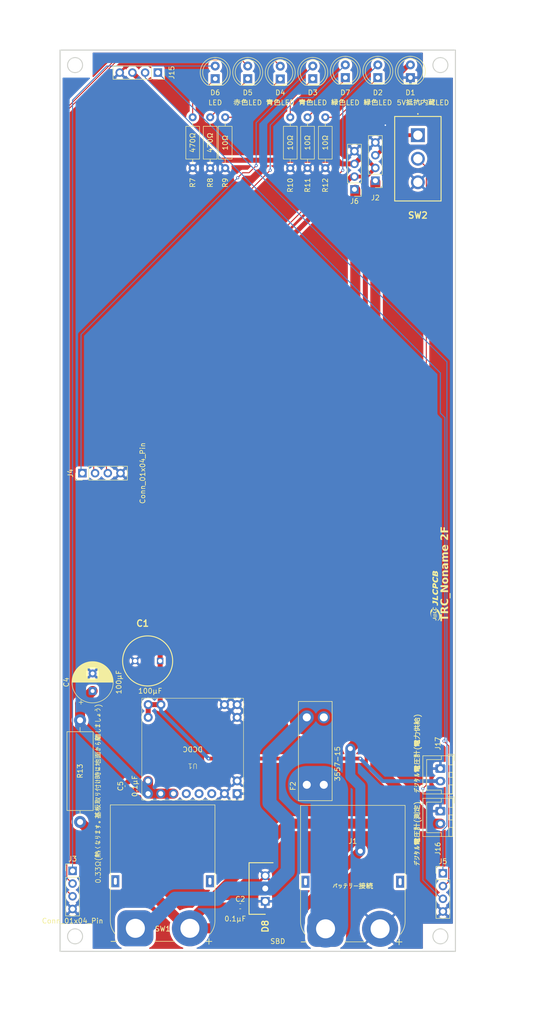
<source format=kicad_pcb>
(kicad_pcb (version 20241229) (generator "pcbnew") (generator_version "9.0")
  (layers (0 "F.Cu" signal) (2 "B.Cu" signal) (13 "F.Paste" user) (15 "B.Paste" user) (5 "F.SilkS" user "F.Silkscreen") (7 "B.SilkS" user "B.Silkscreen") (1 "F.Mask" user) (3 "B.Mask" user) (25 "Edge.Cuts" user))
  (net 0 "")
  (net 1 "+5V")
  (net 2 "GND")
  (net 3 "+24V")
  (net 4 "Net-(U1-EN)")
  (net 5 "LED6")
  (net 6 "Net-(D2-K)")
  (net 7 "Net-(D3-K)")
  (net 8 "LED4")
  (net 9 "LED3")
  (net 10 "Net-(D4-K)")
  (net 11 "Net-(D5-K)")
  (net 12 "LED2")
  (net 13 "Net-(D6-K)")
  (net 14 "LED1")
  (net 15 "LED5")
  (net 16 "Net-(D7-K)")
  (net 17 "Net-(D8-K)")
  (net 18 "Net-(J1-Pin_1)")
  (net 19 "+3.3V")
  (net 20 "SCL3")
  (net 21 "2_GP16")
  (net 22 "SDA3")
  (footprint "3557-15:FUSE_3557-15" (layer "F.Cu") (at 99 155 90)
    (property "Reference" "F2" (at -6.985 -4.445 90) (layer "F.SilkS"))
    (property "Value" "3557-15" (at -2.54 4.445 90) (layer "F.SilkS"))
    (pad "1_1" thru_hole circle (at -6.735 -1.7 90) (size 2.4 2.4) (drill 1.6) (layers "*.Cu" "*.Mask") (net 18 "Net-(J1-Pin_1)"))
    (pad "1_2" thru_hole circle (at -6.735 1.7 90) (size 2.4 2.4) (drill 1.6) (layers "*.Cu" "*.Mask") (net 18 "Net-(J1-Pin_1)"))
    (pad "2_1" thru_hole circle (at 6.735 -1.7 90) (size 2.4 2.4) (drill 1.6) (layers "*.Cu" "*.Mask") (net 17 "Net-(D8-K)"))
    (pad "2_2" thru_hole circle (at 6.735 1.7 90) (size 2.4 2.4) (drill 1.6) (layers "*.Cu" "*.Mask") (net 17 "Net-(D8-K)"))
  )
  (footprint "Capacitor_THT:CP_Radial_D8.0mm_P3.50mm" (layer "F.Cu") (at 54.5 143 90)
    (property "Reference" "C4" (at 1.75 -5.25 90) (layer "F.SilkS"))
    (property "Value" "100μF" (at 1.75 5.25 90) (layer "F.SilkS"))
    (pad "1" thru_hole roundrect (at 0 0 90) (size 1.6 1.6) (drill 0.8) (layers "*.Cu" "*.Mask") (roundrect_rratio 0.15625) (net 4 "Net-(U1-EN)"))
    (pad "2" thru_hole circle (at 3.5 0 90) (size 1.6 1.6) (drill 0.8) (layers "*.Cu" "*.Mask") (net 2 "GND"))
  )
  (footprint "Connector_JST:JST_XH_B2B-XH-A_1x02_P2.50mm_Vertical" (layer "F.Cu") (at 124 167 -90)
    (property "Reference" "J16" (at 7.5 0.5 90) (layer "F.SilkS"))
    (property "Value" "デジタル電圧計(測定)" (at 4.5 4.6 90) (layer "F.SilkS"))
    (pad "1" thru_hole roundrect (at 0 0 270) (size 1.7 2) (drill 1) (layers "*.Cu" "*.Mask") (roundrect_rratio 0.147059) (net 2 "GND"))
    (pad "2" thru_hole oval (at 2.5 0 270) (size 1.7 2) (drill 1) (layers "*.Cu" "*.Mask") (net 3 "+24V"))
  )
  (footprint "LED_THT:LED_D5.0mm" (layer "F.Cu") (at 111.5 20.5 90)
    (property "Reference" "D2" (at -3 0 180) (layer "F.SilkS"))
    (property "Value" "LED")
    (pad "1" thru_hole rect (at 0 0 90) (size 1.8 1.8) (drill 0.9) (layers "*.Cu" "*.Mask") (net 6 "Net-(D2-K)"))
    (pad "2" thru_hole circle (at 2.54 0 90) (size 1.8 1.8) (drill 0.9) (layers "*.Cu" "*.Mask") (net 5 "LED6"))
  )
  (footprint "Connector_AMASS:AMASS_XT90PW-M_1x02_P10.90mm_Horizontal" (layer "F.Cu") (at 101.05 190.5)
    (property "Reference" "J1" (at 5.449999 -17.5 0) (layer "F.SilkS"))
    (property "Value" "Conn_01x02_Pin")
    (fp_text user "+" (at 14.7 2.5 0) (layer "F.SilkS") (effects (font (size 1.5 1.5))))
    (fp_text user "バッテリー接続" (at 5.449999 -8.5 0) (layer "F.SilkS"))
    (fp_text user "-" (at -4.3 2.5 0) (layer "F.SilkS") (effects (font (size 1.5 1.5))))
    (pad "1" thru_hole roundrect (at 0 0) (size 7.2 7.2) (drill 3.8) (layers "*.Cu" "*.Mask") (net 18 "Net-(J1-Pin_1)"))
    (pad "2" thru_hole circle (at 10.899998 0) (size 7.2 7.2) (drill 3.8) (layers "*.Cu" "*.Mask") (net 2 "GND"))
    (pad "MP" thru_hole rect (at -4 -9.4) (size 1.6 2.4) (drill oval 0.6 1.4) (layers "*.Cu" "*.Mask"))
    (pad "MP" thru_hole rect (at 14.9 -9.4) (size 1.6 2.4) (drill oval 0.6 1.4) (layers "*.Cu" "*.Mask"))
  )
  (footprint "Connector_PinSocket_2.54mm:PinSocket_1x04_P2.54mm_Vertical" (layer "F.Cu") (at 67.54 19.5 -90)
    (property "Reference" "J15" (at 0 -2.77 90) (layer "F.SilkS"))
    (property "Value" "Conn_01x04_Pin" (hide yes))
    (pad "1" thru_hole rect (at 0 0 270) (size 1.7 1.7) (drill 1) (layers "*.Cu" "*.Mask") (net 22 "SDA3"))
    (pad "2" thru_hole circle (at 0 2.54 270) (size 1.7 1.7) (drill 1) (layers "*.Cu" "*.Mask") (net 20 "SCL3"))
    (pad "3" thru_hole circle (at 0 5.08 270) (size 1.7 1.7) (drill 1) (layers "*.Cu" "*.Mask") (net 1 "+5V"))
    (pad "4" thru_hole circle (at 0 7.62 270) (size 1.7 1.7) (drill 1) (layers "*.Cu" "*.Mask") (net 2 "GND"))
  )
  (footprint "Connector_PinHeader_2.54mm:PinHeader_1x04_P2.54mm_Vertical" (layer "F.Cu") (at 52.46 99.5 90)
    (property "Reference" "J4" (at 0 -2.38 90) (layer "F.SilkS"))
    (property "Value" "Conn_01x04_Pin" (at 0 12.04 90) (layer "F.SilkS"))
    (pad "1" thru_hole rect (at 0 0 90) (size 1.7 1.7) (drill 1) (layers "*.Cu" "*.Mask") (net 8 "LED4"))
    (pad "2" thru_hole circle (at 0 2.54 90) (size 1.7 1.7) (drill 1) (layers "*.Cu" "*.Mask") (net 15 "LED5"))
    (pad "3" thru_hole circle (at 0 5.08 90) (size 1.7 1.7) (drill 1) (layers "*.Cu" "*.Mask") (net 5 "LED6"))
    (pad "4" thru_hole circle (at 0 7.62 90) (size 1.7 1.7) (drill 1) (layers "*.Cu" "*.Mask") (net 2 "GND"))
  )
  (footprint "Resistor_THT:R_Axial_DIN0207_L6.3mm_D2.5mm_P10.16mm_Horizontal" (layer "F.Cu") (at 101 28.42 -90)
    (property "Reference" "R12" (at 13.58 0 90) (layer "F.SilkS"))
    (property "Value" "10Ω" (at 5.08 0 90) (layer "F.SilkS"))
    (pad "1" thru_hole circle (at 0 0 270) (size 1.6 1.6) (drill 0.8) (layers "*.Cu" "*.Mask") (net 6 "Net-(D2-K)"))
    (pad "2" thru_hole circle (at 10.16 0 270) (size 1.6 1.6) (drill 0.8) (layers "*.Cu" "*.Mask") (net 2 "GND"))
  )
  (footprint "LED_THT:LED_D5.0mm" (layer "F.Cu") (at 92 20.765 90)
    (property "Reference" "D4" (at -2.735 0 180) (layer "F.SilkS"))
    (property "Value" "LED")
    (pad "1" thru_hole rect (at 0 0 90) (size 1.8 1.8) (drill 0.9) (layers "*.Cu" "*.Mask") (net 10 "Net-(D4-K)"))
    (pad "2" thru_hole circle (at 2.54 0 90) (size 1.8 1.8) (drill 0.9) (layers "*.Cu" "*.Mask") (net 9 "LED3"))
  )
  (footprint "kicad_3MS1J102M2QES:3MS1J102M2QES" (layer "F.Cu") (at 119.5 32 180)
    (property "Reference" "SW2" (at 0 -16 0) (layer "F.SilkS") (effects (font (size 1.27 1.27) (thickness 0.254))))
    (property "Value" "SW_SPDT" (hide yes))
    (pad "1" thru_hole rect (at 0 0 180) (size 2.775 2.775) (drill 1.85) (layers "*.Cu" "*.Mask") (net 19 "+3.3V"))
    (pad "2" thru_hole circle (at 0 -4.7 180) (size 2.775 2.775) (drill 1.85) (layers "*.Cu" "*.Mask") (net 21 "2_GP16"))
    (pad "3" thru_hole circle (at 0 -9.4 180) (size 2.775 2.775) (drill 1.85) (layers "*.Cu" "*.Mask") (net 2 "GND"))
  )
  (footprint "Connector_PinHeader_2.54mm:PinHeader_1x04_P2.54mm_Vertical" (layer "F.Cu") (at 111 41.08 180)
    (property "Reference" "J2" (at 0 -3.42 0) (layer "F.SilkS"))
    (property "Value" "Conn_01x04_Pin" (hide yes))
    (pad "1" thru_hole rect (at 0 0 180) (size 1.7 1.7) (drill 1) (layers "*.Cu" "*.Mask") (net 3 "+24V"))
    (pad "2" thru_hole circle (at 0 2.54 180) (size 1.7 1.7) (drill 1) (layers "*.Cu" "*.Mask") (net 1 "+5V"))
    (pad "3" thru_hole circle (at 0 5.08 180) (size 1.7 1.7) (drill 1) (layers "*.Cu" "*.Mask") (net 19 "+3.3V"))
    (pad "4" thru_hole circle (at 0 7.62 180) (size 1.7 1.7) (drill 1) (layers "*.Cu" "*.Mask") (net 2 "GND"))
  )
  (footprint "Resistor_THT:R_Axial_DIN0207_L6.3mm_D2.5mm_P10.16mm_Horizontal" (layer "F.Cu") (at 74.5 38.58 90)
    (property "Reference" "R7" (at -2.92 0 90) (layer "F.SilkS"))
    (property "Value" "470Ω" (at 5.08 0 90) (layer "F.SilkS"))
    (pad "1" thru_hole circle (at 0 0 90) (size 1.6 1.6) (drill 0.8) (layers "*.Cu" "*.Mask") (net 2 "GND"))
    (pad "2" thru_hole circle (at 10.16 0 90) (size 1.6 1.6) (drill 0.8) (layers "*.Cu" "*.Mask") (net 13 "Net-(D6-K)"))
  )
  (footprint "LED_THT:LED_D5.0mm" (layer "F.Cu") (at 98.5 20.725 90)
    (property "Reference" "D3" (at -2.775 0 180) (layer "F.SilkS"))
    (property "Value" "LED")
    (pad "1" thru_hole rect (at 0 0 90) (size 1.8 1.8) (drill 0.9) (layers "*.Cu" "*.Mask") (net 7 "Net-(D3-K)"))
    (pad "2" thru_hole circle (at 2.54 0 90) (size 1.8 1.8) (drill 0.9) (layers "*.Cu" "*.Mask") (net 8 "LED4"))
  )
  (footprint "LMR38025:LMR" (layer "F.Cu") (at 74.52 171.345 180)
    (property "Reference" "U1" (at 0.02 13.345 180) (layer "F.SilkS") (effects (font (thickness 0.1))))
    (property "Value" "DCDC" (at 0.02 16.73 180) (layer "F.SilkS"))
    (pad "1" thru_hole rect (at -8.87 7.84 180) (size 1.8 1.8) (drill 1) (layers "*.Cu" "*.Mask") (net 2 "GND"))
    (pad "2" thru_hole circle (at -6.33 7.84 180) (size 1.8 1.8) (drill 1) (layers "*.Cu" "*.Mask") (net 2 "GND"))
    (pad "3" thru_hole circle (at -3.79 7.84 180) (size 1.8 1.8) (drill 1) (layers "*.Cu" "*.Mask"))
    (pad "4" thru_hole circle (at -1.25 7.84 180) (size 1.8 1.8) (drill 1) (layers "*.Cu" "*.Mask"))
    (pad "5" thru_hole circle (at 1.29 7.84 180) (size 1.8 1.8) (drill 1) (layers "*.Cu" "*.Mask"))
    (pad "6" thru_hole circle (at 3.86 7.84 180) (size 1.8 1.8) (drill 1) (layers "*.Cu" "*.Mask") (net 4 "Net-(U1-EN)"))
    (pad "7" thru_hole circle (at 6.4 7.84 180) (size 1.8 1.8) (drill 1) (layers "*.Cu" "*.Mask") (net 4 "Net-(U1-EN)"))
    (pad "8" thru_hole circle (at 8.94 7.84 180) (size 1.8 1.8) (drill 1) (layers "*.Cu" "*.Mask") (net 4 "Net-(U1-EN)"))
    (pad "9" thru_hole circle (at 8.94 10.38 180) (size 1.8 1.8) (drill 1) (layers "*.Cu" "*.Mask") (net 4 "Net-(U1-EN)"))
    (pad "10" thru_hole circle (at -8.87 10.38 180) (size 1.8 1.8) (drill 1) (layers "*.Cu" "*.Mask" "Eco1.User") (net 2 "GND"))
    (pad "11" thru_hole circle (at -8.87 23.08) (size 1.8 1.8) (drill 1) (layers "*.Cu" "*.Mask" "Eco1.User") (net 2 "GND"))
    (pad "12" thru_hole circle (at -8.87 25.62 180) (size 1.8 1.8) (drill 1) (layers "*.Cu" "*.Mask" "Eco1.User") (net 2 "GND"))
    (pad "13" thru_hole circle (at -6.33 25.62 270) (size 1.8 1.8) (drill 1) (layers "*.Cu" "*.Mask" "Eco1.User") (net 2 "GND"))
    (pad "14" thru_hole circle (at 8.91 23.08) (size 1.8 1.8) (drill 1) (layers "*.Cu" "*.Mask" "Eco1.User") (net 1 "+5V"))
    (pad "15" thru_hole circle (at 8.91 25.62 270) (size 1.8 1.8) (drill 1) (layers "*.Cu" "*.Mask" "Eco1.User") (net 1 "+5V"))
    (pad "16" thru_hole circle (at 6.37 25.62 90) (size 1.8 1.8) (drill 1) (layers "*.Cu" "*.Mask" "Eco1.User") (net 1 "+5V"))
  )
  (footprint "Connector_PinHeader_2.54mm:PinHeader_1x04_P2.54mm_Vertical" (layer "F.Cu") (at 124.5 179.42)
    (property "Reference" "J5" (at 0 -2.38 0) (layer "F.SilkS"))
    (property "Value" "Conn_01x04_Pin" (hide yes))
    (pad "1" thru_hole rect (at 0 0) (size 1.7 1.7) (drill 1) (layers "*.Cu" "*.Mask") (net 22 "SDA3"))
    (pad "2" thru_hole circle (at 0 2.54) (size 1.7 1.7) (drill 1) (layers "*.Cu" "*.Mask") (net 20 "SCL3"))
    (pad "3" thru_hole circle (at 0 5.08) (size 1.7 1.7) (drill 1) (layers "*.Cu" "*.Mask") (net 21 "2_GP16"))
    (pad "4" thru_hole circle (at 0 7.62) (size 1.7 1.7) (drill 1) (layers "*.Cu" "*.Mask") (net 2 "GND"))
  )
  (footprint "Resistor_THT:R_Axial_DIN0207_L6.3mm_D2.5mm_P10.16mm_Horizontal" (layer "F.Cu") (at 97.45 28.42 -90)
    (property "Reference" "R11" (at 13.58 0 90) (layer "F.SilkS"))
    (property "Value" "10Ω" (at 5.08 0 90) (layer "F.SilkS"))
    (pad "1" thru_hole circle (at 0 0 270) (size 1.6 1.6) (drill 0.8) (layers "*.Cu" "*.Mask") (net 16 "Net-(D7-K)"))
    (pad "2" thru_hole circle (at 10.16 0 270) (size 1.6 1.6) (drill 0.8) (layers "*.Cu" "*.Mask") (net 2 "GND"))
  )
  (footprint "Resistor_THT:R_Axial_DIN0207_L6.3mm_D2.5mm_P10.16mm_Horizontal" (layer "F.Cu") (at 78 38.58 90)
    (property "Reference" "R8" (at -2.92 0 90) (layer "F.SilkS"))
    (property "Value" "470Ω" (at 5.08 0 90) (layer "F.SilkS"))
    (pad "1" thru_hole circle (at 0 0 90) (size 1.6 1.6) (drill 0.8) (layers "*.Cu" "*.Mask") (net 2 "GND"))
    (pad "2" thru_hole circle (at 10.16 0 90) (size 1.6 1.6) (drill 0.8) (layers "*.Cu" "*.Mask") (net 11 "Net-(D5-K)"))
  )
  (footprint "Resistor_THT:R_Axial_DIN0207_L6.3mm_D2.5mm_P10.16mm_Horizontal" (layer "F.Cu") (at 81 28.42 -90)
    (property "Reference" "R9" (at 13.08 0 90) (layer "F.SilkS"))
    (property "Value" "10Ω" (at 5.08 0 90) (layer "F.SilkS"))
    (pad "1" thru_hole circle (at 0 0 270) (size 1.6 1.6) (drill 0.8) (layers "*.Cu" "*.Mask") (net 10 "Net-(D4-K)"))
    (pad "2" thru_hole circle (at 10.16 0 270) (size 1.6 1.6) (drill 0.8) (layers "*.Cu" "*.Mask") (net 2 "GND"))
  )
  (footprint "LED_THT:LED_D5.0mm" (layer "F.Cu") (at 85.5 20.725 90)
    (property "Reference" "D5" (at -2.775 0 180) (layer "F.SilkS"))
    (property "Value" "LED")
    (pad "1" thru_hole rect (at 0 0 90) (size 1.8 1.8) (drill 0.9) (layers "*.Cu" "*.Mask") (net 11 "Net-(D5-K)"))
    (pad "2" thru_hole circle (at 2.54 0 90) (size 1.8 1.8) (drill 0.9) (layers "*.Cu" "*.Mask") (net 12 "LED2"))
  )
  (footprint "LED_THT:LED_D5.0mm" (layer "F.Cu") (at 118 20.5 90)
    (property "Reference" "D1" (at -3 0 180) (layer "F.SilkS"))
    (property "Value" "5V抵抗内蔵LED" (at -5 2.5 0) (layer "F.SilkS"))
    (pad "1" thru_hole rect (at 0 0 90) (size 1.8 1.8) (drill 0.9) (layers "*.Cu" "*.Mask") (net 2 "GND"))
    (pad "2" thru_hole circle (at 2.54 0 90) (size 1.8 1.8) (drill 0.9) (layers "*.Cu" "*.Mask") (net 1 "+5V"))
  )
  (footprint "LOGO" (layer "F.Cu") (at 123 124 90)
    (property "Reference" "G***" (hide yes))
    (property "Value" "LOGO" (hide yes))
  )
  (footprint "Resistor_THT:R_Axial_DIN0207_L6.3mm_D2.5mm_P10.16mm_Horizontal" (layer "F.Cu") (at 94 28.42 -90)
    (property "Reference" "R10" (at 13.58 0 90) (layer "F.SilkS"))
    (property "Value" "10Ω" (at 5.08 0 90) (layer "F.SilkS"))
    (pad "1" thru_hole circle (at 0 0 270) (size 1.6 1.6) (drill 0.8) (layers "*.Cu" "*.Mask") (net 7 "Net-(D3-K)"))
    (pad "2" thru_hole circle (at 10.16 0 270) (size 1.6 1.6) (drill 0.8) (layers "*.Cu" "*.Mask") (net 2 "GND"))
  )
  (footprint "Connector_JST:JST_XH_B2B-XH-A_1x02_P2.50mm_Vertical" (layer "F.Cu") (at 124 158.5 -90)
    (property "Reference" "J17" (at -5 0.5 90) (layer "F.SilkS"))
    (property "Value" "デジタル電圧計(電力供給)" (at -3 4.6 90) (layer "F.SilkS"))
    (pad "1" thru_hole roundrect (at 0 0 270) (size 1.7 2) (drill 1) (layers "*.Cu" "*.Mask") (roundrect_rratio 0.147059) (net 2 "GND"))
    (pad "2" thru_hole oval (at 2.5 0 270) (size 1.7 2) (drill 1) (layers "*.Cu" "*.Mask") (net 1 "+5V"))
  )
  (footprint "Resistor_THT:R_Axial_DIN0516_L15.5mm_D5.0mm_P20.32mm_Horizontal" (layer "F.Cu") (at 52 169.16 90)
    (property "Reference" "R13" (at 10.16 0 90) (layer "F.SilkS"))
    (property "Value" "0.33Ω(熱くなります。基板取り付け時は地面から離しましょう)" (at 5.66 3.62 90) (layer "F.SilkS") (effects (font (thickness 0.125))))
    (pad "1" thru_hole circle (at 0 0 90) (size 2.4 2.4) (drill 1.2) (layers "*.Cu" "*.Mask") (net 3 "+24V"))
    (pad "2" thru_hole circle (at 20.32 0 90) (size 2.4 2.4) (drill 1.2) (layers "*.Cu" "*.Mask") (net 4 "Net-(U1-EN)"))
  )
  (footprint "Connector_AMASS:AMASS_XT90PW-M_1x02_P10.90mm_Horizontal" (layer "F.Cu") (at 63.05 190.4)
    (property "Reference" "SW1" (at 5.45 0.1 0) (layer "F.SilkS"))
    (property "Value" "SW_SPST")
    (fp_text user "+" (at 14.7 2.5 0) (layer "F.SilkS") (effects (font (size 1.5 1.5))))
    (fp_text user "-" (at -4.3 2.5 0) (layer "F.SilkS") (effects (font (size 1.5 1.5))))
    (pad "1" thru_hole roundrect (at 0 0) (size 7.2 7.2) (drill 3.8) (layers "*.Cu" "*.Mask") (net 17 "Net-(D8-K)"))
    (pad "2" thru_hole circle (at 10.899998 0) (size 7.2 7.2) (drill 3.8) (layers "*.Cu" "*.Mask") (net 3 "+24V"))
    (pad "MP" thru_hole rect (at -4 -9.4) (size 1.6 2.4) (drill oval 0.6 1.4) (layers "*.Cu" "*.Mask"))
    (pad "MP" thru_hole rect (at 14.9 -9.4) (size 1.6 2.4) (drill oval 0.6 1.4) (layers "*.Cu" "*.Mask"))
  )
  (footprint "KiCad_16SEPC470M:CAPPRD500W65D1000H1300" (layer "F.Cu") (at 68 137 180)
    (property "Reference" "C1" (at 3.5 7.5 0) (layer "F.SilkS") (effects (font (size 1.27 1.27) (thickness 0.254))))
    (property "Value" "470μF" (hide yes))
    (pad "1" thru_hole rect (at 0 0 180) (size 1.275 1.275) (drill 0.85) (layers "*.Cu" "*.Mask") (net 1 "+5V"))
    (pad "2" thru_hole circle (at 5 0 180) (size 1.275 1.275) (drill 0.85) (layers "*.Cu" "*.Mask") (net 2 "GND"))
  )
  (footprint "Capacitor_SMD:C_0603_1608Metric" (layer "F.Cu") (at 84 186)
    (property "Reference" "C2" (at 0 -1.43 0) (layer "F.SilkS"))
    (property "Value" "0.1μF" (at -1 2.5 0) (layer "F.SilkS"))
    (pad "1" smd roundrect (at -0.775 0) (size 0.9 0.95) (layers "F.Cu" "F.Mask" "F.Paste") (net 3 "+24V"))
    (pad "2" smd roundrect (at 0.775 0) (size 0.9 0.95) (layers "F.Cu" "F.Mask" "F.Paste") (net 2 "GND"))
  )
  (footprint "Capacitor_SMD:C_0603_1608Metric" (layer "F.Cu") (at 61.5 162 90)
    (property "Reference" "C5" (at 0 -1.43 90) (layer "F.SilkS"))
    (property "Value" "0.1μF" (at 0 1.43 90) (layer "F.SilkS"))
    (pad "1" smd roundrect (at -0.775 0 90) (size 0.9 0.95) (layers "F.Cu" "F.Mask" "F.Paste") (net 4 "Net-(U1-EN)"))
    (pad "2" smd roundrect (at 0.775 0 90) (size 0.9 0.95) (layers "F.Cu" "F.Mask" "F.Paste") (net 2 "GND"))
  )
  (footprint "LED_THT:LED_D5.0mm" (layer "F.Cu") (at 105 20.5 90)
    (property "Reference" "D7" (at -3 0 180) (layer "F.SilkS"))
    (property "Value" "LED")
    (pad "1" thru_hole rect (at 0 0 90) (size 1.8 1.8) (drill 0.9) (layers "*.Cu" "*.Mask") (net 16 "Net-(D7-K)"))
    (pad "2" thru_hole circle (at 2.54 0 90) (size 1.8 1.8) (drill 0.9) (layers "*.Cu" "*.Mask") (net 15 "LED5"))
  )
  (footprint "KiCad_MBR3045:TO255P480X1000X2050-3P" (layer "F.Cu") (at 89 185 90)
    (property "Reference" "D8" (at -5 0 90) (layer "F.SilkS") (effects (font (size 1.27 1.27) (thickness 0.254))))
    (property "Value" "MBR3045FCT" (hide yes))
    (pad "1" thru_hole rect (at 0 0 90) (size 1.755 1.755) (drill 1.17) (layers "*.Cu" "*.Mask") (net 2 "GND"))
    (pad "2" thru_hole circle (at 2.55 0 90) (size 1.755 1.755) (drill 1.17) (layers "*.Cu" "*.Mask") (net 17 "Net-(D8-K)"))
    (pad "3" thru_hole circle (at 5.1 0 90) (size 1.755 1.755) (drill 1.17) (layers "*.Cu" "*.Mask") (net 2 "GND"))
  )
  (footprint "Connector_PinHeader_2.54mm:PinHeader_1x04_P2.54mm_Vertical" (layer "F.Cu") (at 106.825 42.81 180)
    (property "Reference" "J6" (at 0 -2.38 0) (layer "F.SilkS"))
    (property "Value" "Conn_01x04_Pin" (hide yes))
    (pad "1" thru_hole rect (at 0 0 180) (size 1.7 1.7) (drill 1) (layers "*.Cu" "*.Mask") (net 3 "+24V"))
    (pad "2" thru_hole circle (at 0 2.54 180) (size 1.7 1.7) (drill 1) (layers "*.Cu" "*.Mask") (net 1 "+5V"))
    (pad "3" thru_hole circle (at 0 5.08 180) (size 1.7 1.7) (drill 1) (layers "*.Cu" "*.Mask") (net 1 "+5V"))
    (pad "4" thru_hole circle (at 0 7.62 180) (size 1.7 1.7) (drill 1) (layers "*.Cu" "*.Mask") (net 2 "GND"))
  )
  (footprint "Connector_PinHeader_2.54mm:PinHeader_1x04_P2.54mm_Vertical" (layer "F.Cu") (at 50.5 178.92)
    (property "Reference" "J3" (at 0 -2.38 0) (layer "F.SilkS"))
    (property "Value" "Conn_01x04_Pin" (at 0 10 0) (layer "F.SilkS"))
    (pad "1" thru_hole rect (at 0 0) (size 1.7 1.7) (drill 1) (layers "*.Cu" "*.Mask") (net 14 "LED1"))
    (pad "2" thru_hole circle (at 0 2.54) (size 1.7 1.7) (drill 1) (layers "*.Cu" "*.Mask") (net 12 "LED2"))
    (pad "3" thru_hole circle (at 0 5.08) (size 1.7 1.7) (drill 1) (layers "*.Cu" "*.Mask") (net 9 "LED3"))
    (pad "4" thru_hole circle (at 0 7.62) (size 1.7 1.7) (drill 1) (layers "*.Cu" "*.Mask") (net 2 "GND"))
  )
  (footprint "LED_THT:LED_D5.0mm" (layer "F.Cu") (at 79 20.725 90)
    (property "Reference" "D6" (at -2.775 0 180) (layer "F.SilkS"))
    (property "Value" "LED" (at -4.775 0 180) (layer "F.SilkS"))
    (pad "1" thru_hole rect (at 0 0 90) (size 1.8 1.8) (drill 0.9) (layers "*.Cu" "*.Mask") (net 13 "Net-(D6-K)"))
    (pad "2" thru_hole circle (at 2.54 0 90) (size 1.8 1.8) (drill 0.9) (layers "*.Cu" "*.Mask") (net 14 "LED1"))
  )
  (gr_line (start 127.000002 15) (end 127.000001 15) (stroke (width 0.2)) (layer "Edge.Cuts"))
  (gr_line (start 127.000001 18) (end 127.000001 15) (stroke (width 0.2)) (layer "Edge.Cuts"))
  (gr_circle (center 124.000002 192) (end 125.500002 192) (stroke (width 0.2)) (fill no) (layer "Edge.Cuts"))
  (gr_line (start 127.000002 15) (end 127.000002 195) (stroke (width 0.2)) (layer "Edge.Cuts"))
  (gr_line (start 127.000002 195) (end 124.000002 195) (stroke (width 0.2)) (layer "Edge.Cuts"))
  (gr_circle (center 51.000001 18) (end 52.500001 18) (stroke (width 0.2)) (fill no) (layer "Edge.Cuts"))
  (gr_line (start 48.000001 15) (end 48.000001 189.5) (stroke (width 0.2)) (layer "Edge.Cuts"))
  (gr_line (start 127.000001 189.5) (end 127.000001 15) (stroke (width 0.2)) (layer "Edge.Cuts"))
  (gr_line (start 127.000002 195) (end 48.000001 195) (stroke (width 0.2)) (layer "Edge.Cuts"))
  (gr_line (start 127.000001 15) (end 124.000001 15) (stroke (width 0.2)) (layer "Edge.Cuts"))
  (gr_line (start 48.000001 15) (end 127.000001 15) (stroke (width 0.2)) (layer "Edge.Cuts"))
  (gr_line (start 127.000002 195) (end 127.000001 189.5) (stroke (width 0.2)) (layer "Edge.Cuts"))
  (gr_circle (center 124.000001 18) (end 125.500001 18) (stroke (width 0.2)) (fill no) (layer "Edge.Cuts"))
  (gr_line (start 48.000001 195) (end 48.000001 15) (stroke (width 0.2)) (layer "Edge.Cuts"))
  (gr_circle (center 51 192) (end 52.5 192) (stroke (width 0.2)) (fill no) (layer "Edge.Cuts"))
  (gr_line (start 48 195) (end 127.000002 195) (stroke (width 0.2)) (layer "Edge.Cuts"))
  (gr_line (start 48.000001 189.5) (end 48 195) (stroke (width 0.2)) (layer "Edge.Cuts"))
  (gr_line (start 127.000001 15) (end 48.000001 15) (stroke (width 0.2)) (layer "Edge.Cuts"))
  (gr_line (start 127.000002 192) (end 127.000002 195) (stroke (width 0.2)) (layer "Edge.Cuts"))
  (gr_text "赤色LED" (at 85.5 25.5 0) (layer "F.SilkS") (effects (font (size 1 1))))
  (gr_text "100μF" (at 66 143 0) (layer "F.SilkS") (effects (font (size 1 1))))
  (gr_text "TRC_Noname 2F" (at 125.794 129.08 90) (layer "F.SilkS") (effects (font (size 1.5 1.5) (thickness 0.2) (bold yes)) (justify left bottom)))
  (gr_text "青色LED" (at 92 25.5 0) (layer "F.SilkS") (effects (font (size 1 1))))
  (gr_text "緑色LED" (at 105 25.5 0) (layer "F.SilkS") (effects (font (size 1 1))))
  (gr_text "緑色LED" (at 111.5 25.5 0) (layer "F.SilkS") (effects (font (size 1 1))))
  (gr_text "SBD" (at 91.5 193 0) (layer "F.SilkS") (effects (font (size 1 1))))
  (gr_text "青色LED" (at 98.5 25.5 0) (layer "F.SilkS") (effects (font (size 1 1))))
  (segment (start 65.61 145.725) (end 68.15 145.725) (width 1) (layer "F.Cu") (net 1))
  (segment (start 68.15 145.725) (end 68.15 145.65) (width 0.75) (layer "F.Cu") (net 1))
  (segment (start 77.652208 156.5) (end 108 156.5) (width 0.75) (layer "F.Cu") (net 1))
  (segment (start 111 38.54) (end 109.23 36.77) (width 0.75) (layer "F.Cu") (net 1))
  (segment (start 68 137) (end 68 78.5) (width 1) (layer "F.Cu") (net 1))
  (segment (start 109 36.77) (end 109 26.593604) (width 1) (layer "F.Cu") (net 1))
  (segment (start 109 26.593604) (end 117.633604 17.96) (width 1) (layer "F.Cu") (net 1))
  (segment (start 109.27 40.27) (end 111 38.54) (width 0.75) (layer "F.Cu") (net 1))
  (segment (start 103.5 37) (end 79.96 37) (width 1) (layer "F.Cu") (net 1))
  (segment (start 109 36.77) (end 107.785 36.77) (width 1) (layer "F.Cu") (net 1))
  (segment (start 106.825 40.27) (end 109.27 40.27) (width 0.75) (layer "F.Cu") (net 1))
  (segment (start 68 145.5) (end 68 137) (width 1) (layer "F.Cu") (net 1))
  (segment (start 68 78.5) (end 106.23 40.27) (width 1) (layer "F.Cu") (net 1))
  (segment (start 104.23 37.73) (end 103.5 37) (width 1) (layer "F.Cu") (net 1))
  (segment (start 106.825 40.27) (end 106.23 40.27) (width 0.75) (layer "F.Cu") (net 1))
  (segment (start 79.96 37) (end 62.46 19.5) (width 1) (layer "F.Cu") (net 1))
  (segment (start 68.15 145.65) (end 68 145.5) (width 0.75) (layer "F.Cu") (net 1))
  (segment (start 106.825 37.73) (end 104.23 37.73) (width 1) (layer "F.Cu") (net 1))
  (segment (start 65.61 148.265) (end 65.61 145.725) (width 1) (layer "F.Cu") (net 1))
  (segment (start 107.785 36.77) (end 106.825 37.73) (width 1) (layer "F.Cu") (net 1))
  (segment (start 109.23 36.77) (end 109 36.77) (width 0.75) (layer "F.Cu") (net 1))
  (segment (start 117.633604 17.96) (end 118 17.96) (width 1) (layer "F.Cu") (net 1))
  (via (at 77.652208 156.5) (size 0.6) (drill 0.3) (layers "F.Cu" "B.Cu") (net 1))
  (via (at 108 156.5) (size 0.6) (drill 0.3) (layers "F.Cu" "B.Cu") (net 1))
  (segment (start 112.5 161) (end 124 161) (width 0.75) (layer "B.Cu") (net 1))
  (segment (start 68.15 146.997792) (end 68.15 145.725) (width 0.75) (layer "B.Cu") (net 1))
  (segment (start 108 156.5) (end 112.5 161) (width 0.75) (layer "B.Cu") (net 1))
  (segment (start 77.652208 156.5) (end 68.15 146.997792) (width 0.75) (layer "B.Cu") (net 1))
  (segment (start 113 31.46) (end 111 33.46) (width 0.2) (layer "F.Cu") (net 2))
  (segment (start 113 30) (end 113 31.46) (width 0.2) (layer "F.Cu") (net 2))
  (via (at 113 30) (size 0.6) (drill 0.3) (layers "F.Cu" "B.Cu") (net 2))
  (segment (start 83.4 190.4) (end 73.949998 190.4) (width 2) (layer "F.Cu") (net 3))
  (segment (start 107 42.89) (end 107 153.5) (width 2) (layer "F.Cu") (net 3))
  (segment (start 111 157.95) (end 122.55 169.5) (width 2) (layer "F.Cu") (net 3))
  (segment (start 76.949998 186) (end 73.949998 189) (width 2) (layer "F.Cu") (net 3))
  (segment (start 124 169.5) (end 93.449998 169.5) (width 2) (layer "F.Cu") (net 3))
  (segment (start 111 41.31) (end 111 157.95) (width 2) (layer "F.Cu") (net 3))
  (segment (start 92.5 190.5) (end 83.5 190.5) (width 2) (layer "F.Cu") (net 3))
  (segment (start 83.5 190.5) (end 83.4 190.4) (width 2) (layer "F.Cu") (net 3))
  (segment (start 83.225 186) (end 76.949998 186) (width 1.5) (layer "F.Cu") (net 3))
  (segment (start 93.449998 169.5) (end 73.949998 189) (width 2) (layer "F.Cu") (net 3))
  (segment (start 122.55 169.5) (end 124 169.5) (width 2) (layer "F.Cu") (net 3))
  (segment (start 73.949998 190.4) (end 73.949998 189) (width 2) (layer "F.Cu") (net 3))
  (segment (start 52.109998 169.16) (end 52 169.16) (width 2) (layer "F.Cu") (net 3))
  (segment (start 107 153.5) (end 106 154.5) (width 2) (layer "F.Cu") (net 3))
  (segment (start 108 175) (end 92.5 190.5) (width 2) (layer "F.Cu") (net 3))
  (segment (start 73.949998 191) (end 52.109998 169.16) (width 2) (layer "F.Cu") (net 3))
  (via (at 108 175) (size 1.5) (drill 1) (layers "F.Cu" "B.Cu") (net 3))
  (via (at 106 154.5) (size 1.5) (drill 1) (layers "F.Cu" "B.Cu") (net 3))
  (segment (start 106 160.033228) (end 108 162.033228) (width 2) (layer "B.Cu") (net 3))
  (segment (start 108 162.033228) (end 108 175) (width 2) (layer "B.Cu") (net 3))
  (segment (start 106 154.5) (end 106 160.033228) (width 2) (layer "B.Cu") (net 3))
  (segment (start 68.12 163.505) (end 70.66 163.505) (width 2) (layer "F.Cu") (net 4))
  (segment (start 52 148.84) (end 52 145.5) (width 2) (layer "F.Cu") (net 4))
  (segment (start 65.58 163.505) (end 65.58 160.965) (width 2) (layer "F.Cu") (net 4))
  (segment (start 52 145.5) (end 54.5 143) (width 2) (layer "F.Cu") (net 4))
  (segment (start 65.58 163.505) (end 68.12 163.505) (width 2) (layer "F.Cu") (net 4))
  (segment (start 64.85 162.775) (end 65.58 163.505) (width 1) (layer "F.Cu") (net 4))
  (segment (start 61.5 162.775) (end 64.85 162.775) (width 1) (layer "F.Cu") (net 4))
  (segment (start 65.58 163.505) (end 52 149.925) (width 2) (layer "B.Cu") (net 4))
  (segment (start 52 148.84) (end 52 149.925) (width 2) (layer "B.Cu") (net 4))
  (segment (start 57.27 86.23) (end 104.5 39) (width 0.2) (layer "F.Cu") (net 5))
  (segment (start 57.27 99.5) (end 57.27 86.23) (width 0.2) (layer "F.Cu") (net 5))
  (via (at 104.5 39) (size 0.6) (drill 0.3) (layers "F.Cu" "B.Cu") (net 5))
  (segment (start 104.5 39) (end 104.5 24.96) (width 0.2) (layer "B.Cu") (net 5))
  (segment (start 104.5 24.96) (end 111.5 17.96) (width 0.2) (layer "B.Cu") (net 5))
  (segment (start 103.58 28.42) (end 111.5 20.5) (width 0.2) (layer "F.Cu") (net 6))
  (segment (start 101 28.42) (end 103.58 28.42) (width 0.2) (layer "F.Cu") (net 6))
  (segment (start 94 25.225) (end 98.5 20.725) (width 0.2) (layer "F.Cu") (net 7))
  (segment (start 94 28.42) (end 94 25.225) (width 0.2) (layer "F.Cu") (net 7))
  (segment (start 85.76474 39.5) (end 84.5 39.5) (width 0.2) (layer "F.Cu") (net 8))
  (segment (start 87.18574 38.079) (end 85.76474 39.5) (width 0.2) (layer "F.Cu") (net 8))
  (segment (start 84.5 39.5) (end 83.5 40.5) (width 0.2) (layer "F.Cu") (net 8))
  (via (at 87.18574 38.079) (size 0.6) (drill 0.3) (layers "F.Cu" "B.Cu") (net 8))
  (via (at 83.5 40.5) (size 0.6) (drill 0.3) (layers "F.Cu" "B.Cu") (net 8))
  (segment (start 52.19 71.81) (end 83.5 40.5) (width 0.2) (layer "B.Cu") (net 8))
  (segment (start 52.19 99.5) (end 52.19 71.81) (width 0.2) (layer "B.Cu") (net 8))
  (segment (start 87.18574 38.079) (end 87.18574 29.49926) (width 0.2) (layer "B.Cu") (net 8))
  (segment (start 87.18574 29.49926) (end 98.5 18.185) (width 0.2) (layer "B.Cu") (net 8))
  (segment (start 48.948 26.9849) (end 59.3499 16.583) (width 0.2) (layer "F.Cu") (net 9))
  (segment (start 48.948 182.488) (end 48.948 26.9849) (width 0.2) (layer "F.Cu") (net 9))
  (segment (start 59.3499 16.583) (end 90.358 16.583) (width 0.2) (layer "F.Cu") (net 9))
  (segment (start 50.5 184.04) (end 48.948 182.488) (width 0.2) (layer "F.Cu") (net 9))
  (segment (start 90.358 16.583) (end 92 18.225) (width 0.2) (layer "F.Cu") (net 9))
  (segment (start 84.345 28.42) (end 92 20.765) (width 0.2) (layer "F.Cu") (net 10))
  (segment (start 81 28.42) (end 84.345 28.42) (width 0.2) (layer "F.Cu") (net 10))
  (segment (start 78 28.42) (end 85.5 20.92) (width 0.2) (layer "F.Cu") (net 11))
  (segment (start 85.5 20.92) (end 85.5 20.725) (width 0.2) (layer "F.Cu") (net 11))
  (segment (start 84.299 16.984) (end 85.5 18.185) (width 0.2) (layer "F.Cu") (net 12))
  (segment (start 59.516 16.984) (end 84.299 16.984) (width 0.2) (layer "F.Cu") (net 12))
  (segment (start 49.349 27.151) (end 59.516 16.984) (width 0.2) (layer "F.Cu") (net 12))
  (segment (start 49.349 180.349) (end 49.349 27.151) (width 0.2) (layer "F.Cu") (net 12))
  (segment (start 50.5 181.5) (end 49.349 180.349) (width 0.2) (layer "F.Cu") (net 12))
  (segment (start 74.5 25.225) (end 79 20.725) (width 0.2) (layer "F.Cu") (net 13))
  (segment (start 74.5 28.42) (end 74.5 25.225) (width 0.2) (layer "F.Cu") (net 13))
  (segment (start 50.5 178.96) (end 50.5 25) (width 0.2) (layer "B.Cu") (net 14))
  (segment (start 50.5 25) (end 57.315 18.185) (width 0.2) (layer "B.Cu") (net 14))
  (segment (start 57.315 18.185) (end 79 18.185) (width 0.2) (layer "B.Cu") (net 14))
  (segment (start 54.73 74.27) (end 90 39) (width 0.2) (layer "F.Cu") (net 15))
  (segment (start 54.73 99.5) (end 54.73 74.27) (width 0.2) (layer "F.Cu") (net 15))
  (via (at 90 39) (size 0.6) (drill 0.3) (layers "F.Cu" "B.Cu") (net 15))
  (segment (start 90 39) (end 90 30) (width 0.2) (layer "B.Cu") (net 15))
  (segment (start 90 30) (end 95.5 24.5) (width 0.2) (layer "B.Cu") (net 15))
  (segment (start 98.5 24.5) (end 98.5 24.46) (width 0.2) (layer "B.Cu") (net 15))
  (segment (start 98.5 24.46) (end 105 17.96) (width 0.2) (layer "B.Cu") (net 15))
  (segment (start 95.5 24.5) (end 98.5 24.5) (width 0.2) (layer "B.Cu") (net 15))
  (segment (start 97.45 28.42) (end 105 20.87) (width 0.2) (layer "F.Cu") (net 16))
  (segment (start 105 20.87) (end 105 20.5) (width 0.2) (layer "F.Cu") (net 16))
  (segment (start 100.7 148.265) (end 97.3 148.265) (width 7) (layer "F.Cu") (net 17))
  (segment (start 93.5 179) (end 90.05 182.45) (width 2.8) (layer "B.Cu") (net 17))
  (segment (start 93.5 169) (end 93.5 179) (width 2.8) (layer "B.Cu") (net 17))
  (segment (start 81.402 182.45) (end 89 182.45) (width 2.8) (layer "B.Cu") (net 17))
  (segment (start 79.352 184.5) (end 81.402 182.45) (width 2.8) (layer "B.Cu") (net 17))
  (segment (start 63.05 190.4) (end 65.1 190.4) (width 2.8) (layer "B.Cu") (net 17))
  (segment (start 71 184.5) (end 79.352 184.5) (width 2.8) (layer "B.Cu") (net 17))
  (segment (start 90.05 182.45) (end 89 182.45) (width 2.5) (layer "B.Cu") (net 17))
  (segment (start 89.849 155.716) (end 89.849 165.349) (width 2.8) (layer "B.Cu") (net 17))
  (segment (start 65.1 190.4) (end 71 184.5) (width 2.8) (layer "B.Cu") (net 17))
  (segment (start 97.3 148.265) (end 89.849 155.716) (width 2.8) (layer "B.Cu") (net 17))
  (segment (start 89.849 165.349) (end 93.5 169) (width 2.8) (layer "B.Cu") (net 17))
  (segment (start 100.7 161.735) (end 97.3 161.735) (width 7.5) (layer "B.Cu") (net 18))
  (segment (start 101.05 190.5) (end 101.801 189.749) (width 7.5) (layer "B.Cu") (net 18))
  (segment (start 101.801 189.749) (end 101.801 162.836) (width 7.5) (layer "B.Cu") (net 18))
  (segment (start 101.801 162.836) (end 100.7 161.735) (width 7.5) (layer "B.Cu") (net 18))
  (segment (start 111 36.23) (end 115.23 32) (width 0.75) (layer "F.Cu") (net 19))
  (segment (start 115.23 32) (end 119.5 32) (width 0.75) (layer "F.Cu") (net 19))
  (segment (start 125.651 181.079) (end 124.5 182.23) (width 0.2) (layer "F.Cu") (net 20))
  (segment (start 124.701 153) (end 125.651 153.95) (width 0.2) (layer "F.Cu") (net 20))
  (segment (start 125.651 153.95) (end 125.651 181.079) (width 0.2) (layer "F.Cu") (net 20))
  (via (at 124.701 153) (size 0.6) (drill 0.3) (layers "F.Cu" "B.Cu") (net 20))
  (segment (start 65 20.47705) (end 124 79.47705) (width 0.2) (layer "B.Cu") (net 20))
  (segment (start 124.9 152.801) (end 124.701 153) (width 0.2) (layer "B.Cu") (net 20))
  (segment (start 65 19.5) (end 65 20.47705) (width 0.2) (layer "B.Cu") (net 20))
  (segment (start 124 87.5) (end 124.9 88.4) (width 0.2) (layer "B.Cu") (net 20))
  (segment (start 124.9 88.4) (end 124.9 152.801) (width 0.2) (layer "B.Cu") (net 20))
  (segment (start 124 79.47705) (end 124 87.5) (width 0.2) (layer "B.Cu") (net 20))
  (segment (start 121.1885 38.3885) (end 119.5 36.7) (width 0.2) (layer "F.Cu") (net 21))
  (segment (start 121.1885 161.8115) (end 121.1885 38.3885) (width 0.2) (layer "F.Cu") (net 21))
  (segment (start 120.5 162.5) (end 121.1885 161.8115) (width 0.2) (layer "F.Cu") (net 21))
  (via (at 120.5 162.5) (size 0.6) (drill 0.3) (layers "F.Cu" "B.Cu") (net 21))
  (segment (start 124.5 184.77) (end 120.5 180.77) (width 0.2) (layer "B.Cu") (net 21))
  (segment (start 120.5 180.77) (end 120.5 162.5) (width 0.2) (layer "B.Cu") (net 21))
  (segment (start 125.301 169.97676) (end 125.301 77.27805) (width 0.2) (layer "B.Cu") (net 22))
  (segment (start 124.5 170.77776) (end 125.301 169.97676) (width 0.2) (layer "B.Cu") (net 22))
  (segment (start 124.5 179.69) (end 124.5 170.77776) (width 0.2) (layer "B.Cu") (net 22))
  (segment (start 125.301 77.27805) (end 67.54 19.51705) (width 0.2) (layer "B.Cu") (net 22))
  (segment (start 67.54 19.51705) (end 67.54 19.5) (width 0.2) (layer "B.Cu") (net 22))
  (zone (net 0) (net_name "") (layers "F.Cu" "B.Cu") (connect_pads (clearance 0)) (min_thickness 0.25)
    (keepout (tracks not_allowed) (vias not_allowed) (pads not_allowed) (copperpour not_allowed) (footprints allowed))
    (fill (thermal_gap 0.5) (thermal_bridge_width 0.5))
    (polygon (pts (xy 120.5 15) (xy 127 15) (xy 127 20.5) (xy 120.5 20.5)))
  )
  (zone (net 0) (net_name "") (layers "F.Cu" "B.Cu") (connect_pads (clearance 0)) (min_thickness 0.25)
    (keepout (tracks not_allowed) (vias not_allowed) (pads not_allowed) (copperpour not_allowed) (footprints allowed))
    (fill (thermal_gap 0.5) (thermal_bridge_width 0.5))
    (polygon (pts (xy 48 15) (xy 54.5 15) (xy 54.5 20.5) (xy 48 20.5)))
  )
  (zone (net 0) (net_name "") (layers "F.Cu" "B.Cu") (connect_pads (clearance 0)) (min_thickness 0.25)
    (keepout (tracks not_allowed) (vias not_allowed) (pads not_allowed) (copperpour not_allowed) (footprints allowed))
    (fill (thermal_gap 0.5) (thermal_bridge_width 0.5))
    (polygon (pts (xy 48 189.5) (xy 54.5 189.5) (xy 54.5 195) (xy 48 195)))
  )
  (zone (net 0) (net_name "") (layers "F.Cu" "B.Cu") (connect_pads (clearance 0)) (min_thickness 0.25)
    (keepout (tracks not_allowed) (vias not_allowed) (pads not_allowed) (copperpour not_allowed) (footprints allowed))
    (fill (thermal_gap 0.5) (thermal_bridge_width 0.5))
    (polygon (pts (xy 120.5 189.5) (xy 127 189.5) (xy 127 195) (xy 120.5 195)))
  )
  (zone (net 2) (net_name "GND") (layers "F.Cu" "B.Cu") (connect_pads (clearance 0.5)) (min_thickness 0.25) (fill yes (thermal_gap 0.5) (thermal_bridge_width 0.5))
    (polygon (pts (xy 39 8) (xy 145.5 5) (xy 144.5 204.5) (xy 36 209.5)))
  )
)
</source>
